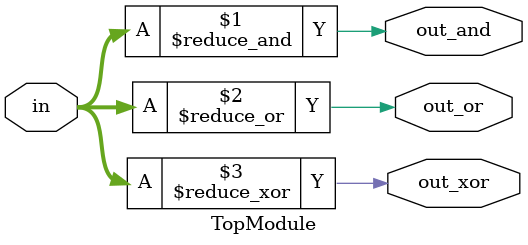
<source format=sv>
module TopModule (
    input logic [99:0] in,   // 100-bit input
    output logic out_and,    // Output of 100-input AND gate
    output logic out_or,     // Output of 100-input OR gate
    output logic out_xor     // Output of 100-input XOR gate
);

    // Assignments for combinational logic
    assign out_and = &in;          // AND operation on all bits
    assign out_or = |in;           // OR operation on all bits
    assign out_xor = ^in;          // XOR operation on all bits

endmodule
</source>
